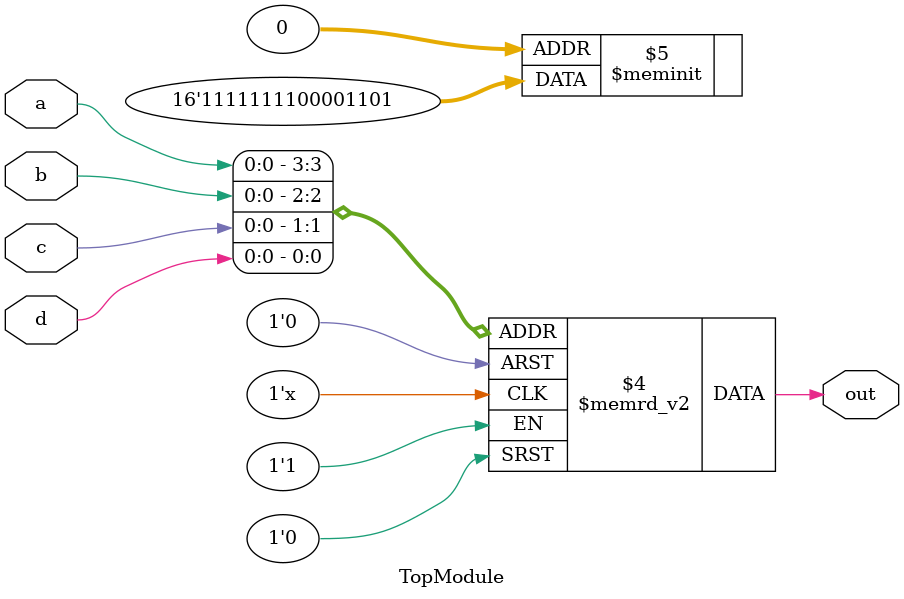
<source format=sv>
module TopModule (
  input a,
  input b,
  input c,
  input d,
  output reg out
);
    always @(*) begin
        case ({a, b, c, d})
            4'b0000, 4'b0010, 4'b0011: out = 1; // ab=00, cd=10 or 11
            4'b0100, 4'b0101, 4'b0110, 4'b0111: out = 0; // ab=01, any cd
            4'b1000: out = 1; // ab=10, cd=00
            4'b1001, 4'b1010, 4'b1011: out = 1; // ab=10, cd=01, 10, 11
            4'b1100, 4'b1101, 4'b1110, 4'b1111: out = 1; // ab=11, any cd
            default: out = 0; // Default case for don't care conditions
        endcase
    end
endmodule

/*
Misinterpretation of Multimodal Data: KMAP
*/

/*
The testbench simulated, but had errors. Please fix the module. The output of iverilog is as follows:
VCD info: dumpfile wave.vcd opened for output.
./Execute_environment/testbench.sv:38: $finish called at 1161 (1ps)
Hint: Output 'out' has 9 mismatches. First mismatch occurred at time 5.
Hint: Total mismatched samples is 9 out of 232 samples

Simulation finished at 1161 ps
Mismatches: 9 in 232 samples
*/
</source>
